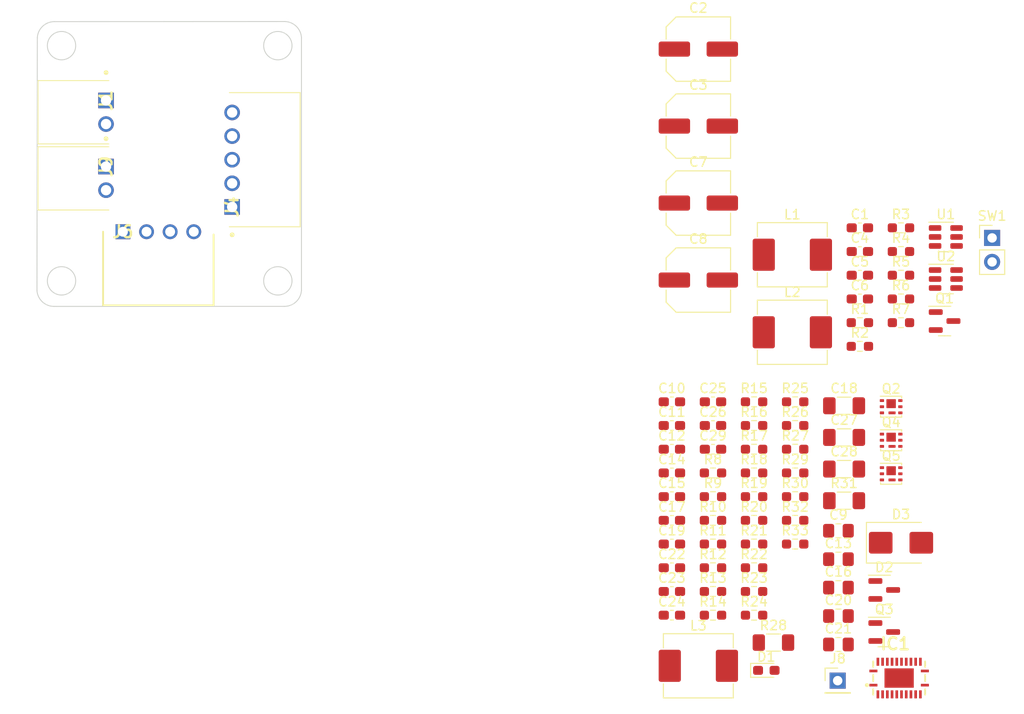
<source format=kicad_pcb>
(kicad_pcb (version 20221018) (generator pcbnew)
  (layers (0 "F.Cu" signal) (31 "B.Cu" signal) (34 "B.Paste" user) (35 "F.Paste" user) (36 "B.SilkS" user "B.Silkscreen") (37 "F.SilkS" user "F.Silkscreen") (38 "B.Mask" user) (39 "F.Mask" user) (44 "Edge.Cuts" user))
  (net 0 "")
  (net 1 "GND")
  (net 2 "VCCQ")
  (net 3 "Net-(U1-VBST)")
  (net 4 "Net-(U1-SW)")
  (net 5 "Net-(U2-VBST)")
  (net 6 "Net-(U2-SW)")
  (net 7 "+5V")
  (net 8 "+3.3V")
  (net 9 "Net-(C9-Pad1)")
  (net 10 "OVPSET")
  (net 11 "/Battery_charger/CHARGER_PWR_IN+")
  (net 12 "Net-(Q2-G)")
  (net 13 "Net-(Q3-S)")
  (net 14 "Net-(IC1-AVCC)")
  (net 15 "Net-(C14-Pad1)")
  (net 16 "ACP")
  (net 17 "VREF")
  (net 18 "/Battery_charger/BATTERY+")
  (net 19 "Net-(IC1-FB)")
  (net 20 "Net-(IC1-REGN)")
  (net 21 "Net-(D3-K)")
  (net 22 "Net-(IC1-BTST)")
  (net 23 "Net-(IC1-SRP)")
  (net 24 "STAT")
  (net 25 "Net-(D1-A)")
  (net 26 "Net-(D2-Pad3)")
  (net 27 "CMSRC")
  (net 28 "ACDRV")
  (net 29 "Net-(IC1-TS)")
  (net 30 "TTC")
  (net 31 "ISET")
  (net 32 "ACSET")
  (net 33 "!BATTDRV")
  (net 34 "SCL")
  (net 35 "SDA")
  (net 36 "Net-(J8-Pin_1)")
  (net 37 "Net-(Q1-B)")
  (net 38 "EN")
  (net 39 "Net-(Q1-C)")
  (net 40 "Net-(Q3-G)")
  (net 41 "Net-(Q5-G)")
  (net 42 "VFB_5")
  (net 43 "VFB_3.3")
  (net 44 "Net-(SW1-A)")
  (footprint "Capacitor_SMD:C_1206_3216Metric_Pad1.33x1.80mm_HandSolder" (layer "F.Cu") (at 129.948 101.275)
    (fp_text reference "C27" (at 0 -1.85) (layer "F.SilkS"))
    (fp_text value "10u")
    (pad "1" smd roundrect (at -1.5625 0) (size 1.325 1.8) (layers "F.Cu" "F.Paste" "F.Mask") (roundrect_rratio 0.188679) (net 18 "/Battery_charger/BATTERY+"))
    (pad "2" smd roundrect (at 1.5625 0) (size 1.325 1.8) (layers "F.Cu" "F.Paste" "F.Mask") (roundrect_rratio 0.188679) (net 1 "GND"))
  )
  (footprint "PowerHub_libs:1814773" (layer "F.Cu") (at 51.8125 65.6 -90)
    (fp_text reference "J1" (at 0 0 90) (layer "F.SilkS") (effects (font (size 1.27 1.27) (thickness 0.254))))
    (fp_text value "Charger" hide)
    (pad "1" thru_hole rect (at 0 0 270) (size 1.65 1.65) (drill 1.1) (layers "*.Cu" "*.Mask") (net 1 "GND"))
    (pad "2" thru_hole circle (at 2.5 0 270) (size 1.65 1.65) (drill 1.1) (layers "*.Cu" "*.Mask") (net 11 "/Battery_charger/CHARGER_PWR_IN+"))
  )
  (footprint "Capacitor_SMD:C_0603_1608Metric_Pad1.08x0.95mm_HandSolder" (layer "F.Cu") (at 131.618 81.595)
    (fp_text reference "C4" (at 0 -1.43) (layer "F.SilkS"))
    (fp_text value "100n")
    (pad "1" smd roundrect (at -0.8625 0) (size 1.075 0.95) (layers "F.Cu" "F.Paste" "F.Mask") (net 1 "GND"))
    (pad "2" smd roundrect (at 0.8625 0) (size 1.075 0.95) (layers "F.Cu" "F.Paste" "F.Mask") (net 2 "VCCQ"))
  )
  (footprint "Resistor_SMD:R_0603_1608Metric_Pad0.98x0.95mm_HandSolder" (layer "F.Cu") (at 120.418 105.035)
    (fp_text reference "R18" (at 0 -1.43) (layer "F.SilkS"))
    (fp_text value "3.9k")
    (pad "1" smd roundrect (at -0.9125 0) (size 0.975 0.95) (layers "F.Cu" "F.Paste" "F.Mask") (net 36 "Net-(J8-Pin_1)"))
    (pad "2" smd roundrect (at 0.9125 0) (size 0.975 0.95) (layers "F.Cu" "F.Paste" "F.Mask") (net 1 "GND"))
  )
  (footprint "Resistor_SMD:R_0603_1608Metric_Pad0.98x0.95mm_HandSolder" (layer "F.Cu") (at 131.618 91.635)
    (fp_text reference "R2" (at 0 -1.43) (layer "F.SilkS"))
    (fp_text value "10k")
    (pad "1" smd roundrect (at -0.9125 0) (size 0.975 0.95) (layers "F.Cu" "F.Paste" "F.Mask") (net 42 "VFB_5"))
    (pad "2" smd roundrect (at 0.9125 0) (size 0.975 0.95) (layers "F.Cu" "F.Paste" "F.Mask") (net 1 "GND"))
  )
  (footprint "Capacitor_SMD:C_0603_1608Metric_Pad1.08x0.95mm_HandSolder" (layer "F.Cu") (at 111.718 120.095)
    (fp_text reference "C24" (at 0 -1.43) (layer "F.SilkS"))
    (fp_text value "10u")
    (pad "1" smd roundrect (at -0.8625 0) (size 1.075 0.95) (layers "F.Cu" "F.Paste" "F.Mask") (net 2 "VCCQ"))
    (pad "2" smd roundrect (at 0.8625 0) (size 1.075 0.95) (layers "F.Cu" "F.Paste" "F.Mask") (net 1 "GND"))
  )
  (footprint "Resistor_SMD:R_0603_1608Metric_Pad0.98x0.95mm_HandSolder" (layer "F.Cu") (at 124.768 102.525)
    (fp_text reference "R27" (at 0 -1.43) (layer "F.SilkS"))
    (fp_text value "3.9k")
    (pad "1" smd roundrect (at -0.9125 0) (size 0.975 0.95) (layers "F.Cu" "F.Paste" "F.Mask") (net 13 "Net-(Q3-S)"))
    (pad "2" smd roundrect (at 0.9125 0) (size 0.975 0.95) (layers "F.Cu" "F.Paste" "F.Mask") (net 27 "CMSRC"))
  )
  (footprint "Resistor_SMD:R_0603_1608Metric_Pad0.98x0.95mm_HandSolder" (layer "F.Cu") (at 124.768 107.545)
    (fp_text reference "R30" (at 0 -1.43) (layer "F.SilkS"))
    (fp_text value "100k")
    (pad "1" smd roundrect (at -0.9125 0) (size 0.975 0.95) (layers "F.Cu" "F.Paste" "F.Mask") (net 19 "Net-(IC1-FB)"))
    (pad "2" smd roundrect (at 0.9125 0) (size 0.975 0.95) (layers "F.Cu" "F.Paste" "F.Mask") (net 1 "GND"))
  )
  (footprint "Capacitor_SMD:C_0805_2012Metric_Pad1.18x1.45mm_HandSolder" (layer "F.Cu") (at 129.348 120.185)
    (fp_text reference "C20" (at 0 -1.68) (layer "F.SilkS"))
    (fp_text value "1u")
    (pad "1" smd roundrect (at -1.0375 0) (size 1.175 1.45) (layers "F.Cu" "F.Paste" "F.Mask") (roundrect_rratio 0.212766) (net 20 "Net-(IC1-REGN)"))
    (pad "2" smd roundrect (at 1.0375 0) (size 1.175 1.45) (layers "F.Cu" "F.Paste" "F.Mask") (roundrect_rratio 0.212766) (net 1 "GND"))
  )
  (footprint "Resistor_SMD:R_0603_1608Metric_Pad0.98x0.95mm_HandSolder" (layer "F.Cu") (at 135.968 84.105)
    (fp_text reference "R5" (at 0 -1.43) (layer "F.SilkS"))
    (fp_text value "1k")
    (pad "1" smd roundrect (at -0.9125 0) (size 0.975 0.95) (layers "F.Cu" "F.Paste" "F.Mask") (net 44 "Net-(SW1-A)"))
    (pad "2" smd roundrect (at 0.9125 0) (size 0.975 0.95) (layers "F.Cu" "F.Paste" "F.Mask") (net 2 "VCCQ"))
  )
  (footprint "Capacitor_SMD:C_0603_1608Metric_Pad1.08x0.95mm_HandSolder" (layer "F.Cu") (at 111.718 102.525)
    (fp_text reference "C12" (at 0 -1.43) (layer "F.SilkS"))
    (fp_text value "0.047u")
    (pad "1" smd roundrect (at -0.8625 0) (size 1.075 0.95) (layers "F.Cu" "F.Paste" "F.Mask") (net 13 "Net-(Q3-S)"))
    (pad "2" smd roundrect (at 0.8625 0) (size 1.075 0.95) (layers "F.Cu" "F.Paste" "F.Mask") (net 12 "Net-(Q2-G)"))
  )
  (footprint "LED_SMD:LED_0603_1608Metric_Pad1.05x0.95mm_HandSolder" (layer "F.Cu") (at 121.713 125.935)
    (fp_text reference "D1" (at 0 -1.43) (layer "F.SilkS"))
    (fp_text value "CHARGING_LED")
    (pad "1" smd roundrect (at -0.875 0) (size 1.05 0.95) (layers "F.Cu" "F.Paste" "F.Mask") (net 24 "STAT"))
    (pad "2" smd roundrect (at 0.875 0) (size 1.05 0.95) (layers "F.Cu" "F.Paste" "F.Mask") (net 25 "Net-(D1-A)"))
  )
  (footprint "Resistor_SMD:R_0603_1608Metric_Pad0.98x0.95mm_HandSolder" (layer "F.Cu") (at 116.068 120.095)
    (fp_text reference "R14" (at 0 -1.43) (layer "F.SilkS"))
    (fp_text value "6.8k")
    (pad "1" smd roundrect (at -0.9125 0) (size 0.975 0.95) (layers "F.Cu" "F.Paste" "F.Mask") (net 25 "Net-(D1-A)"))
    (pad "2" smd roundrect (at 0.9125 0) (size 0.975 0.95) (layers "F.Cu" "F.Paste" "F.Mask") (net 11 "/Battery_charger/CHARGER_PWR_IN+"))
  )
  (footprint "Resistor_SMD:R_0603_1608Metric_Pad0.98x0.95mm_HandSolder" (layer "F.Cu") (at 120.418 102.525)
    (fp_text reference "R17" (at 0 -1.43) (layer "F.SilkS"))
    (fp_text value "2.2k")
    (pad "1" smd roundrect (at -0.9125 0) (size 0.975 0.95) (layers "F.Cu" "F.Paste" "F.Mask") (net 17 "VREF"))
    (pad "2" smd roundrect (at 0.9125 0) (size 0.975 0.95) (layers "F.Cu" "F.Paste" "F.Mask") (net 36 "Net-(J8-Pin_1)"))
  )
  (footprint "Package_SON:Texas_DQK" (layer "F.Cu") (at 134.928 101.575)
    (fp_text reference "Q4" (at 0 -1.9) (layer "F.SilkS"))
    (fp_text value "CSD17313Q2")
    (pad "1" smd roundrect (at -0.975 -0.65) (size 0.45 0.3) (layers "F.Cu" "F.Paste" "F.Mask") (roundrect_rratio 0.167) (net 13 "Net-(Q3-S)"))
    (pad "2" smd roundrect (at -0.975 0) (size 0.45 0.3) (layers "F.Cu" "F.Paste" "F.Mask") (roundrect_rratio 0.167) (net 13 "Net-(Q3-S)"))
    (pad "3" smd roundrect (at -0.975 0.65) (size 0.45 0.3) (layers "F.Cu" "F.Paste" "F.Mask") (roundrect_rratio 0.167) (net 12 "Net-(Q2-G)"))
    (pad "4" smd roundrect (at 0.975 0.65) (size 0.45 0.3) (layers "F.Cu" "F.Paste" "F.Mask") (roundrect_rratio 0.167) (net 16 "ACP"))
    (pad "5" smd roundrect (at 0.975 0) (size 0.45 0.3) (layers "F.Cu" "F.Paste" "F.Mask") (roundrect_rratio 0.167) (net 13 "Net-(Q3-S)"))
    (pad "6" smd roundrect (at 0.975 -0.65) (size 0.45 0.3) (layers "F.Cu" "F.Paste" "F.Mask") (roundrect_rratio 0.167) (net 13 "Net-(Q3-S)"))
    (pad "7" smd roundrect (at 0.095 0.65) (size 0.75 0.3) (layers "F.Cu" "F.Mask") (roundrect_rratio 0.167) (net 16 "ACP"))
    (pad "8" smd roundrect (at 0 -0.325) (size 1 0.95) (layers "F.Cu" "F.Mask") (roundrect_rratio 0.053) (net 13 "Net-(Q3-S)"))
  )
  (footprint "Capacitor_SMD:C_0603_1608Metric_Pad1.08x0.95mm_HandSolder" (layer "F.Cu") (at 111.718 115.075)
    (fp_text reference "C22" (at 0 -1.43) (layer "F.SilkS"))
    (fp_text value "100n")
    (pad "1" smd roundrect (at -0.8625 0) (size 1.075 0.95) (layers "F.Cu" "F.Paste" "F.Mask") (net 18 "/Battery_charger/BATTERY+"))
    (pad "2" smd roundrect (at 0.8625 0) (size 1.075 0.95) (layers "F.Cu" "F.Paste" "F.Mask") (net 1 "GND"))
  )
  (footprint "Resistor_SMD:R_0603_1608Metric_Pad0.98x0.95mm_HandSolder" (layer "F.Cu") (at 124.768 105.035)
    (fp_text reference "R29" (at 0 -1.43) (layer "F.SilkS"))
    (fp_text value "500k")
    (pad "1" smd roundrect (at -0.9125 0) (size 0.975 0.95) (layers "F.Cu" "F.Paste" "F.Mask") (net 18 "/Battery_charger/BATTERY+"))
    (pad "2" smd roundrect (at 0.9125 0) (size 0.975 0.95) (layers "F.Cu" "F.Paste" "F.Mask") (net 19 "Net-(IC1-FB)"))
  )
  (footprint "PowerHub_libs:RGY_R-PVQFN-N24_" (layer "F.Cu") (at 135.775 126.75)
    (fp_text reference "IC1" (at -0.406 -3.623) (layer "F.SilkS") (effects (font (size 1.27 1.27) (thickness 0.254))))
    (fp_text value "BQ24171RGYR" hide)
    (pad "1" smd rect (at -2.725 0.75 90) (size 0.28 0.85) (layers "F.Cu" "F.Paste" "F.Mask") (net 21 "Net-(D3-K)"))
    (pad "2" smd rect (at -2.25 1.725) (size 0.28 0.85) (layers "F.Cu" "F.Paste" "F.Mask") (net 2 "VCCQ"))
    (pad "3" smd rect (at -1.75 1.725) (size 0.28 0.85) (layers "F.Cu" "F.Paste" "F.Mask") (net 2 "VCCQ"))
    (pad "4" smd rect (at -1.25 1.725) (size 0.28 0.85) (layers "F.Cu" "F.Paste" "F.Mask") (net 14 "Net-(IC1-AVCC)"))
    (pad "5" smd rect (at -0.75 1.725) (size 0.28 0.85) (layers "F.Cu" "F.Paste" "F.Mask") (net 2 "VCCQ"))
    (pad "6" smd rect (at -0.25 1.725) (size 0.28 0.85) (layers "F.Cu" "F.Paste" "F.Mask") (net 16 "ACP"))
    (pad "7" smd rect (at 0.25 1.725) (size 0.28 0.85) (layers "F.Cu" "F.Paste" "F.Mask") (net 27 "CMSRC"))
    (pad "8" smd rect (at 0.75 1.725) (size 0.28 0.85) (layers "F.Cu" "F.Paste" "F.Mask") (net 28 "ACDRV"))
    (pad "9" smd rect (at 1.25 1.725) (size 0.28 0.85) (layers "F.Cu" "F.Paste" "F.Mask") (net 24 "STAT"))
    (pad "10" smd rect (at 1.75 1.725) (size 0.28 0.85) (layers "F.Cu" "F.Paste" "F.Mask") (net 29 "Net-(IC1-TS)"))
    (pad "11" smd rect (at 2.25 1.725) (size 0.28 0.85) (layers "F.Cu" "F.Paste" "F.Mask") (net 30 "TTC"))
    (pad "12" smd rect (at 2.725 0.75 90) (size 0.28 0.85) (layers "F.Cu" "F.Paste" "F.Mask") (net 17 "VREF"))
    (pad "13" smd rect (at 2.725 -0.75 90) (size 0.28 0.85) (layers "F.Cu" "F.Paste" "F.Mask") (net 31 "ISET"))
    (pad "14" smd rect (at 2.25 -1.725) (size 0.28 0.85) (layers "F.Cu" "F.Paste" "F.Mask") (net 19 "Net-(IC1-FB)"))
    (pad "15" smd rect (at 1.75 -1.725) (size 0.28 0.85) (layers "F.Cu" "F.Paste" "F.Mask") (net 18 "/Battery_charger/BATTERY+"))
    (pad "16" smd rect (at 1.25 -1.725) (size 0.28 0.85) (layers "F.Cu" "F.Paste" "F.Mask") (net 23 "Net-(IC1-SRP)"))
    (pad "17" smd rect (at 0.75 -1.725) (size 0.28 0.85) (layers "F.Cu" "F.Paste" "F.Mask") (net 32 "ACSET"))
    (pad "18" smd rect (at 0.25 -1.725) (size 0.28 0.85) (layers "F.Cu" "F.Paste" "F.Mask") (net 10 "OVPSET"))
    (pad "19" smd rect (at -0.25 -1.725) (size 0.28 0.85) (layers "F.Cu" "F.Paste" "F.Mask") (net 33 "!BATTDRV"))
    (pad "20" smd rect (at -0.75 -1.725) (size 0.28 0.85) (layers "F.Cu" "F.Paste" "F.Mask") (net 20 "Net-(IC1-REGN)"))
    (pad "21" smd rect (at -1.25 -1.725) (size 0.28 0.85) (layers "F.Cu" "F.Paste" "F.Mask") (net 22 "Net-(IC1-BTST)"))
    (pad "22" smd rect (at -1.75 -1.725) (size 0.28 0.85) (layers "F.Cu" "F.Paste" "F.Mask") (net 1 "GND"))
    (pad "23" smd rect (at -2.25 -1.725) (size 0.28 0.85) (layers "F.Cu" "F.Paste" "F.Mask") (net 1 "GND"))
    (pad "24" smd rect (at -2.725 -0.75 90) (size 0.28 0.85) (layers "F.Cu" "F.Paste" "F.Mask") (net 21 "Net-(D3-K)"))
    (pad "25" smd rect (at 0 0 90) (size 2.05 3.1) (layers "F.Cu" "F.Paste" "F.Mask") (net 1 "GND"))
  )
  (footprint "Capacitor_SMD:C_0603_1608Metric_Pad1.08x0.95mm_HandSolder" (layer "F.Cu") (at 131.618 79.085)
    (fp_text reference "C1" (at 0 -1.43) (layer "F.SilkS"))
    (fp_text value "100n")
    (pad "1" smd roundrect (at -0.8625 0) (size 1.075 0.95) (layers "F.Cu" "F.Paste" "F.Mask") (net 1 "GND"))
    (pad "2" smd roundrect (at 0.8625 0) (size 1.075 0.95) (layers "F.Cu" "F.Paste" "F.Mask") (net 2 "VCCQ"))
  )
  (footprint "Capacitor_SMD:C_Elec_6.3x7.7" (layer "F.Cu") (at 114.518 76.465)
    (fp_text reference "C7" (at 0 -4.35) (layer "F.SilkS"))
    (fp_text value "68uF")
    (pad "1" smd roundrect (at -2.5375 0) (size 3.325 1.6) (layers "F.Cu" "F.Paste" "F.Mask") (roundrect_rratio 0.15625) (net 7 "+5V"))
    (pad "2" smd roundrect (at 2.5375 0) (size 3.325 1.6) (layers "F.Cu" "F.Paste" "F.Mask") (roundrect_rratio 0.15625) (net 1 "GND"))
  )
  (footprint "Capacitor_SMD:C_0603_1608Metric_Pad1.08x0.95mm_HandSolder" (layer "F.Cu") (at 111.718 110.055)
    (fp_text reference "C17" (at 0 -1.43) (layer "F.SilkS"))
    (fp_text value "100n")
    (pad "1" smd roundrect (at -0.8625 0) (size 1.075 0.95) (layers "F.Cu" "F.Paste" "F.Mask") (net 16 "ACP"))
    (pad "2" smd roundrect (at 0.8625 0) (size 1.075 0.95) (layers "F.Cu" "F.Paste" "F.Mask") (net 2 "VCCQ"))
  )
  (footprint "Resistor_SMD:R_0603_1608Metric_Pad0.98x0.95mm_HandSolder" (layer "F.Cu") (at 116.068 117.585)
    (fp_text reference "R13" (at 0 -1.43) (layer "F.SilkS"))
    (fp_text value "3.9")
    (pad "1" smd roundrect (at -0.9125 0) (size 0.975 0.95) (layers "F.Cu" "F.Paste" "F.Mask") (net 11 "/Battery_charger/CHARGER_PWR_IN+"))
    (pad "2" smd roundrect (at 0.9125 0) (size 0.975 0.95) (layers "F.Cu" "F.Paste" "F.Mask") (net 9 "Net-(C9-Pad1)"))
  )
  (footprint "Resistor_SMD:R_0603_1608Metric_Pad0.98x0.95mm_HandSolder" (layer "F.Cu") (at 120.418 107.545)
    (fp_text reference "R19" (at 0 -1.43) (layer "F.SilkS"))
    (fp_text value "10")
    (pad "1" smd roundrect (at -0.9125 0) (size 0.975 0.95) (layers "F.Cu" "F.Paste" "F.Mask") (net 26 "Net-(D2-Pad3)"))
    (pad "2" smd roundrect (at 0.9125 0) (size 0.975 0.95) (layers "F.Cu" "F.Paste" "F.Mask") (net 14 "Net-(IC1-AVCC)"))
  )
  (footprint "Capacitor_SMD:C_0603_1608Metric_Pad1.08x0.95mm_HandSolder" (layer "F.Cu") (at 111.718 112.565)
    (fp_text reference "C19" (at 0 -1.43) (layer "F.SilkS"))
    (fp_text value "22p")
    (pad "1" smd roundrect (at -0.8625 0) (size 1.075 0.95) (layers "F.Cu" "F.Paste" "F.Mask") (net 18 "/Battery_charger/BATTERY+"))
    (pad "2" smd roundrect (at 0.8625 0) (size 1.075 0.95) (layers "F.Cu" "F.Paste" "F.Mask") (net 19 "Net-(IC1-FB)"))
  )
  (footprint "Inductor_SMD:L_Abracon_ASPI-0630LR" (layer "F.Cu") (at 114.518 125.455)
    (fp_text reference "L3" (at 0 -4.25) (layer "F.SilkS"))
    (fp_text value "3.3u")
    (pad "1" smd roundrect (at -3.025 0) (size 2.35 3.4) (layers "F.Cu" "F.Paste" "F.Mask") (roundrect_rratio 0.1) (net 21 "Net-(D3-K)"))
    (pad "2" smd roundrect (at 3.025 0) (size 2.35 3.4) (layers "F.Cu" "F.Paste" "F.Mask") (roundrect_rratio 0.1) (net 23 "Net-(IC1-SRP)"))
  )
  (footprint "Resistor_SMD:R_0603_1608Metric_Pad0.98x0.95mm_HandSolder" (layer "F.Cu") (at 124.768 100.015)
    (fp_text reference "R26" (at 0 -1.43) (layer "F.SilkS"))
    (fp_text value "DNP")
    (pad "1" smd roundrect (at -0.9125 0) (size 0.975 0.95) (layers "F.Cu" "F.Paste" "F.Mask") (net 30 "TTC"))
    (pad "2" smd roundrect (at 0.9125 0) (size 0.975 0.95) (layers "F.Cu" "F.Paste" "F.Mask") (net 1 "GND"))
  )
  (footprint "Resistor_SMD:R_0603_1608Metric_Pad0.98x0.95mm_HandSolder" (layer "F.Cu") (at 116.068 115.075)
    (fp_text reference "R12" (at 0 -1.43) (layer "F.SilkS"))
    (fp_text value "3.9")
    (pad "1" smd roundrect (at -0.9125 0) (size 0.975 0.95) (layers "F.Cu" "F.Paste" "F.Mask") (net 11 "/Battery_charger/CHARGER_PWR_IN+"))
    (pad "2" smd roundrect (at 0.9125 0) (size 0.975 0.95) (layers "F.Cu" "F.Paste" "F.Mask") (net 9 "Net-(C9-Pad1)"))
  )
  (footprint "Resistor_SMD:R_0603_1608Metric_Pad0.98x0.95mm_HandSolder" (layer "F.Cu") (at 120.418 97.505)
    (fp_text reference "R15" (at 0 -1.43) (layer "F.SilkS"))
    (fp_text value "390k")
    (pad "1" smd roundrect (at -0.9125 0) (size 0.975 0.95) (layers "F.Cu" "F.Paste" "F.Mask") (net 11 "/Battery_charger/CHARGER_PWR_IN+"))
    (pad "2" smd roundrect (at 0.9125 0) (size 0.975 0.95) (layers "F.Cu" "F.Paste" "F.Mask") (net 10 "OVPSET"))
  )
  (footprint "Resistor_SMD:R_0603_1608Metric_Pad0.98x0.95mm_HandSolder" (layer "F.Cu") (at 124.768 97.505)
    (fp_text reference "R25" (at 0 -1.43) (layer "F.SilkS"))
    (fp_text value "100")
    (pad "1" smd roundrect (at -0.9125 0) (size 0.975 0.95) (layers "F.Cu" "F.Paste" "F.Mask") (net 36 "Net-(J8-Pin_1)"))
    (pad "2" smd roundrect (at 0.9125 0) (size 0.975 0.95) (layers "F.Cu" "F.Paste" "F.Mask") (net 29 "Net-(IC1-TS)"))
  )
  (footprint "Capacitor_SMD:C_0603_1608Metric_Pad1.08x0.95mm_HandSolder" (layer "F.Cu") (at 111.718 105.035)
    (fp_text reference "C14" (at 0 -1.43) (layer "F.SilkS"))
    (fp_text value "0.1u")
    (pad "1" smd roundrect (at -0.8625 0) (size 1.075 0.95) (layers "F.Cu" "F.Paste" "F.Mask") (net 15 "Net-(C14-Pad1)"))
    (pad "2" smd roundrect (at 0.8625 0) (size 1.075 0.95) (layers "F.Cu" "F.Paste" "F.Mask") (net 1 "GND"))
  )
  (footprint "Resistor_SMD:R_0603_1608Metric_Pad0.98x0.95mm_HandSolder" (layer "F.Cu") (at 116.068 112.565)
    (fp_text reference "R11" (at 0 -1.43) (layer "F.SilkS"))
    (fp_text value "30k")
    (pad "1" smd roundrect (at -0.9125 0) (size 0.975 0.95) (layers "F.Cu" "F.Paste" "F.Mask") (net 32 "ACSET"))
    (pad "2" smd roundrect (at 0.9125 0) (size 0.975 0.95) (layers "F.Cu" "F.Paste" "F.Mask") (net 1 "GND"))
  )
  (footprint "Capacitor_SMD:C_0603_1608Metric_Pad1.08x0.95mm_HandSolder" (layer "F.Cu") (at 116.068 100.015)
    (fp_text reference "C26" (at 0 -1.43) (layer "F.SilkS"))
    (fp_text value "100n")
    (pad "1" smd roundrect (at -0.8625 0) (size 1.075 0.95) (layers "F.Cu" "F.Paste" "F.Mask") (net 23 "Net-(IC1-SRP)"))
    (pad "2" smd roundrect (at 0.8625 0) (size 1.075 0.95) (layers "F.Cu" "F.Paste" "F.Mask") (net 18 "/Battery_charger/BATTERY+"))
  )
  (footprint "Resistor_SMD:R_0603_1608Metric_Pad0.98x0.95mm_HandSolder" (layer "F.Cu") (at 116.068 107.545)
    (fp_text reference "R9" (at 0 -1.43) (layer "F.SilkS"))
    (fp_text value "33k")
    (pad "1" smd roundrect (at -0.9125 0) (size 0.975 0.95) (layers "F.Cu" "F.Paste" "F.Mask") (net 31 "ISET"))
    (pad "2" smd roundrect (at 0.9125 0) (size 0.975 0.95) (layers "F.Cu" "F.Paste" "F.Mask") (net 1 "GND"))
  )
  (footprint "Capacitor_SMD:C_0603_1608Metric_Pad1.08x0.95mm_HandSolder" (layer "F.Cu") (at 116.068 97.505)
    (fp_text reference "C25" (at 0 -1.43) (layer "F.SilkS"))
    (fp_text value "100n")
    (pad "1" smd roundrect (at -0.8625 0) (size 1.075 0.95) (layers "F.Cu" "F.Paste" "F.Mask") (net 23 "Net-(IC1-SRP)"))
    (pad "2" smd roundrect (at 0.8625 0) (size 1.075 0.95) (layers "F.Cu" "F.Paste" "F.Mask") (net 1 "GND"))
  )
  (footprint "Capacitor_SMD:C_1206_3216Metric_Pad1.33x1.80mm_HandSolder" (layer "F.Cu") (at 129.948 97.925)
    (fp_text reference "C18" (at 0 -1.85) (layer "F.SilkS"))
    (fp_text value "10u")
    (pad "1" smd roundrect (at -1.5625 0) (size 1.325 1.8) (layers "F.Cu" "F.Paste" "F.Mask") (roundrect_rratio 0.188679) (net 2 "VCCQ"))
    (pad "2" smd roundrect (at 1.5625 0) (size 1.325 1.8) (layers "F.Cu" "F.Paste" "F.Mask") (roundrect_rratio 0.188679) (net 1 "GND"))
  )
  (footprint "Resistor_SMD:R_1206_3216Metric_Pad1.30x1.75mm_HandSolder" (layer "F.Cu") (at 122.468 122.995)
    (fp_text reference "R28" (at 0 -1.82) (layer "F.SilkS"))
    (fp_text value "0.01")
    (pad "1" smd roundrect (at -1.55 0) (size 1.3 1.75) (layers "F.Cu" "F.Paste" "F.Mask") (roundrect_rratio 0.192308) (net 16 "ACP"))
    (pad "2" smd roundrect (at 1.55 0) (size 1.3 1.75) (layers "F.Cu" "F.Paste" "F.Mask") (roundrect_rratio 0.192308) (net 2 "VCCQ"))
  )
  (footprint "Resistor_SMD:R_0603_1608Metric_Pad0.98x0.95mm_HandSolder" (layer "F.Cu") (at 116.068 110.055)
    (fp_text reference "R10" (at 0 -1.43) (layer "F.SilkS"))
    (fp_text value "100k")
    (pad "1" smd roundrect (at -0.9125 0) (size 0.975 0.95) (layers "F.Cu" "F.Paste" "F.Mask") (net 17 "VREF"))
    (pad "2" smd roundrect (at 0.9125 0) (size 0.975 0.95) (layers "F.Cu" "F.Paste" "F.Mask") (net 32 "ACSET"))
  )
  (footprint "Package_TO_SOT_SMD:SOT-23-6" (layer "F.Cu") (at 140.718 80.055)
    (fp_text reference "U1" (at 0 -2.4) (layer "F.SilkS"))
    (fp_text value "TPS565208")
    (pad "1" smd roundrect (at -1.1375 -0.95) (size 1.325 0.6) (layers "F.Cu" "F.Paste" "F.Mask") (net 1 "GND"))
    (pad "2" smd roundrect (at -1.1375 0) (size 1.325 0.6) (layers "F.Cu" "F.Paste" "F.Mask") (net 4 "Net-(U1-SW)"))
    (pad "3" smd roundrect (at -1.1375 0.95) (size 1.325 0.6) (layers "F.Cu" "F.Paste" "F.Mask") (net 2 "VCCQ"))
    (pad "4" smd roundrect (at 1.1375 0.95) (size 1.325 0.6) (layers "F.Cu" "F.Paste" "F.Mask") (net 42 "VFB_5"))
    (pad "5" smd roundrect (at 1.1375 0) (size 1.325 0.6) (layers "F.Cu" "F.Paste" "F.Mask") (net 38 "EN"))
    (pad "6" smd roundrect (at 1.1375 -0.95) (size 1.325 0.6) (layers "F.Cu" "F.Paste" "F.Mask") (net 3 "Net-(U1-VBST)"))
  )
  (footprint "Package_SON:Texas_DQK" (layer "F.Cu") (at 134.928 105.125)
    (fp_text reference "Q5" (at 0 -1.9) (layer "F.SilkS"))
    (fp_text value "CSD25302Q2")
    (pad "1" smd roundrect (at -0.975 -0.65) (size 0.45 0.3) (layers "F.Cu" "F.Paste" "F.Mask") (roundrect_rratio 0.167) (net 2 "VCCQ"))
    (pad "2" smd roundrect (at -0.975 0) (size 0.45 0.3) (layers "F.Cu" "F.Paste" "F.Mask") (roundrect_rratio 0.167) (net 2 "VCCQ"))
    (pad "3" smd roundrect (at -0.975 0.65) (size 0.45 0.3) (layers "F.Cu" "F.Paste" "F.Mask") (roundrect_rratio 0.167) (net 41 "Net-(Q5-G)"))
    (pad "4" smd roundrect (at 0.975 0.65) (size 0.45 0.3) (layers "F.Cu" "F.Paste" "F.Mask") (roundrect_rratio 0.167) (net 18 "/Battery_charger/BATTERY+"))
    (pad "5" smd roundrect (at 0.975 0) (size 0.45 0.3) (layers "F.Cu" "F.Paste" "F.Mask") (roundrect_rratio 0.167) (net 2 "VCCQ"))
    (pad "6" smd roundrect (at 0.975 -0.65) (size 0.45 0.3) (layers "F.Cu" "F.Paste" "F.Mask") (roundrect_rratio 0.167) (net 2 "VCCQ"))
    (pad "7" smd roundrect (at 0.095 0.65) (size 0.75 0.3) (layers "F.Cu" "F.Mask") (roundrect_rratio 0.167) (net 18 "/Battery_charger/BATTERY+"))
    (pad "8" smd roundrect (at 0 -0.325) (size 1 0.95) (layers "F.Cu" "F.Mask") (roundrect_rratio 0.053) (net 2 "VCCQ"))
  )
  (footprint "Package_TO_SOT_SMD:SOT-23" (layer "F.Cu") (at 134.198 121.875)
    (fp_text reference "Q3" (at 0 -2.4) (layer "F.SilkS"))
    (fp_text value "BSS138")
    (pad "1" smd roundrect (at -0.9375 -0.95) (size 1.475 0.6) (layers "F.Cu" "F.Paste" "F.Mask") (net 40 "Net-(Q3-G)"))
    (pad "2" smd roundrect (at -0.9375 0.95) (size 1.475 0.6) (layers "F.Cu" "F.Paste" "F.Mask") (net 13 "Net-(Q3-S)"))
    (pad "3" smd roundrect (at 0.9375 0) (size 1.475 0.6) (layers "F.Cu" "F.Paste" "F.Mask") (net 12 "Net-(Q2-G)"))
  )
  (footprint "Capacitor_SMD:C_Elec_6.3x7.7" (layer "F.Cu") (at 114.518 60.165)
    (fp_text reference "C2" (at 0 -4.35) (layer "F.SilkS"))
    (fp_text value "68uF")
    (pad "1" smd roundrect (at -2.5375 0) (size 3.325 1.6) (layers "F.Cu" "F.Paste" "F.Mask") (roundrect_rratio 0.15625) (net 2 "VCCQ"))
    (pad "2" smd roundrect (at 2.5375 0) (size 3.325 1.6) (layers "F.Cu" "F.Paste" "F.Mask") (roundrect_rratio 0.15625) (net 1 "GND"))
  )
  (footprint "Resistor_SMD:R_0603_1608Metric_Pad0.98x0.95mm_HandSolder" (layer "F.Cu") (at 120.418 100.015)
    (fp_text reference "R16" (at 0 -1.43) (layer "F.SilkS"))
    (fp_text value "39k")
    (pad "1" smd roundrect (at -0.9125 0) (size 0.975 0.95) (layers "F.Cu" "F.Paste" "F.Mask") (net 10 "OVPSET"))
    (pad "2" smd roundrect (at 0.9125 0) (size 0.975 0.95) (layers "F.Cu" "F.Paste" "F.Mask") (net 1 "GND"))
  )
  (footprint "Capacitor_SMD:C_0603_1608Metric_Pad1.08x0.95mm_HandSolder" (layer "F.Cu") (at 116.068 102.525)
    (fp_text reference "C29" (at 0 -1.43) (layer "F.SilkS"))
    (fp_text value "1u")
    (pad "1" smd roundrect (at -0.8625 0) (size 1.075 0.95) (layers "F.Cu" "F.Paste" "F.Mask") (net 18 "/Battery_charger/BATTERY+"))
    (pad "2" smd roundrect (at 0.8625 0) (size 1.075 0.95) (layers "F.Cu" "F.Paste" "F.Mask") (net 1 "GND"))
  )
  (footprint "Inductor_SMD:L_Abracon_ASPI-0630LR" (layer "F.Cu") (at 124.468 90.145)
    (fp_text reference "L2" (at 0 -4.25) (layer "F.SilkS"))
    (fp_text value "2.2uH")
    (pad "1" smd roundrect (at -3.025 0) (size 2.35 3.4) (layers "F.Cu" "F.Paste" "F.Mask") (roundrect_rratio 0.1) (net 6 "Net-(U2-SW)"))
    (pad "2" smd roundrect (at 3.025 0) (size 2.35 3.4) (layers "F.Cu" "F.Paste" "F.Mask") (roundrect_rratio 0.1) (net 8 "+3.3V"))
  )
  (footprint "Package_TO_SOT_SMD:SOT-23" (layer "F.Cu") (at 140.588 88.955)
    (fp_text reference "Q1" (at 0 -2.4) (layer "F.SilkS"))
    (fp_text value "BC817")
    (pad "1" smd roundrect (at -0.9375 -0.95) (size 1.475 0.6) (layers "F.Cu" "F.Paste" "F.Mask") (net 37 "Net-(Q1-B)"))
    (pad "2" smd roundrect (at -0.9375 0.95) (size 1.475 0.6) (layers "F.Cu" "F.Paste" "F.Mask") (net 38 "EN"))
    (pad "3" smd roundrect (at 0.9375 0) (size 1.475 0.6) (layers "F.Cu" "F.Paste" "F.Mask") (net 39 "Net-(Q1-C)"))
  )
  (footprint "Resistor_SMD:R_0603_1608Metric_Pad0.98x0.95mm_HandSolder" (layer "F.Cu") (at 131.618 89.125)
    (fp_text reference "R1" (at 0 -1.43) (layer "F.SilkS"))
    (fp_text value "56k")
    (pad "1" smd roundrect (at -0.9125 0) (size 0.975 0.95) (layers "F.Cu" "F.Paste" "F.Mask") (net 7 "+5V"))
    (pad "2" smd roundrect (at 0.9125 0) (size 0.975 0.95) (layers "F.Cu" "F.Paste" "F.Mask") (net 42 "VFB_5"))
  )
  (footprint "Capacitor_SMD:C_0805_2012Metric_Pad1.18x1.45mm_HandSolder" (layer "F.Cu") (at 129.348 114.165)
    (fp_text reference "C13" (at 0 -1.68) (layer "F.SilkS"))
    (fp_text value "1u")
    (pad "1" smd roundrect (at -1.0375 0) (size 1.175 1.45) (layers "F.Cu" "F.Paste" "F.Mask") (roundrect_rratio 0.212766) (net 14 "Net-(IC1-AVCC)"))
    (pad "2" smd roundrect (at 1.0375 0) (size 1.175 1.45) (layers "F.Cu" "F.Paste" "F.Mask") (roundrect_rratio 0.212766) (net 1 "GND"))
  )
  (footprint "Capacitor_SMD:C_0603_1608Metric_Pad1.08x0.95mm_HandSolder" (layer "F.Cu") (at 111.718 97.505)
    (fp_text reference "C10" (at 0 -1.43) (layer "F.SilkS"))
    (fp_text value "330p")
    (pad "1" smd roundrect (at -0.8625 0) (size 1.075 0.95) (layers "F.Cu" "F.Paste" "F.Mask") (net 10 "OVPSET"))
    (pad "2" smd roundrect (at 0.8625 0) (size 1.075 0.95) (layers "F.Cu" "F.Paste" "F.Mask") (net 1 "GND"))
  )
  (footprint "Package_TO_SOT_SMD:SOT-23" (layer "F.Cu") (at 134.198 117.425)
    (fp_text reference "D2" (at 0 -2.4) (layer "F.SilkS"))
    (fp_text value "BAT54C")
    (pad "1" smd roundrect (at -0.9375 -0.95) (size 1.475 0.6) (layers "F.Cu" "F.Paste" "F.Mask") (net 11 "/Battery_charger/CHARGER_PWR_IN+"))
    (pad "2" smd roundrect (at -0.9375 0.95) (size 1.475 0.6) (layers "F.Cu" "F.Paste" "F.Mask") (net 18 "/Battery_charger/BATTERY+"))
    (pad "3" smd roundrect (at 0.9375 0) (size 1.475 0.6) (layers "F.Cu" "F.Paste" "F.Mask") (net 26 "Net-(D2-Pad3)"))
  )
  (footprint "Capacitor_SMD:C_0805_2012Metric_Pad1.18x1.45mm_HandSolder" (layer "F.Cu") (at 129.348 123.195)
    (fp_text reference "C21" (at 0 -1.68) (layer "F.SilkS"))
    (fp_text value "1u")
    (pad "1" smd roundrect (at -1.0375 0) (size 1.175 1.45) (layers "F.Cu" "F.Paste" "F.Mask") (roundrect_rratio 0.212766) (net 2 "VCCQ"))
    (pad "2" smd roundrect (at 1.0375 0) (size 1.175 1.45) (layers "F.Cu" "F.Paste" "F.Mask") (roundrect_rratio 0.212766) (net 1 "GND"))
  )
  (footprint "Capacitor_SMD:C_1206_3216Metric_Pad1.33x1.80mm_HandSolder" (layer "F.Cu") (at 129.948 107.975)
    (fp_text reference "R31" (at 0 -1.85) (layer "F.SilkS"))
    (fp_text value "0.01")
    (pad "1" smd roundrect (at -1.5625 0) (size 1.325 1.8) (layers "F.Cu" "F.Paste" "F.Mask") (roundrect_rratio 0.188679) (net 23 "Net-(IC1-SRP)"))
    (pad "2" smd roundrect (at 1.5625 0) (size 1.325 1.8) (layers "F.Cu" "F.Paste" "F.Mask") (roundrect_rratio 0.188679) (net 18 "/Battery_charger/BATTERY+"))
  )
  (footprint "Capacitor_SMD:C_Elec_6.3x7.7" (layer "F.Cu") (at 114.518 68.315)
    (fp_text reference "C3" (at 0 -4.35) (layer "F.SilkS"))
    (fp_text value "68uF")
    (pad "1" smd roundrect (at -2.5375 0) (size 3.325 1.6) (layers "F.Cu" "F.Paste" "F.Mask") (roundrect_rratio 0.15625) (net 2 "VCCQ"))
    (pad "2" smd roundrect (at 2.5375 0) (size 3.325 1.6) (layers "F.Cu" "F.Paste" "F.Mask") (roundrect_rratio 0.15625) (net 1 "GND"))
  )
  (footprint "Diode_SMD:D_SMB" (layer "F.Cu") (at 135.973 112.425)
    (fp_text reference "D3" (at 0 -3) (layer "F.SilkS"))
    (fp_text value "B220")
    (pad "1" smd roundrect (at -2.15 0) (size 2.5 2.3) (layers "F.Cu" "F.Paste" "F.Mask") (roundrect_rratio 0.1086956522) (net 21 "Net-(D3-K)"))
    (pad "2" smd roundrect (at 2.15 0) (size 2.5 2.3) (layers "F.Cu" "F.Paste" "F.Mask") (roundrect_rratio 0.1086956522) (net 1 "GND"))
  )
  (footprint "Capacitor_SMD:C_0603_1608Metric_Pad1.08x0.95mm_HandSolder" (layer "F.Cu") (at 111.718 100.015)
    (fp_text reference "C11" (at 0 -1.43) (layer "F.SilkS"))
    (fp_text value "4700p")
    (pad "1" smd roundrect (at -0.8625 0) (size 1.075 0.95) (layers "F.Cu" "F.Paste" "F.Mask") (net 11 "/Battery_charger/CHARGER_PWR_IN+"))
    (pad "2" smd roundrect (at 0.8625 0) (size 1.075 0.95) (layers "F.Cu" "F.Paste" "F.Mask") (net 12 "Net-(Q2-G)"))
  )
  (footprint "Resistor_SMD:R_0603_1608Metric_Pad0.98x0.95mm_HandSolder" (layer "F.Cu") (at 135.968 79.085)
    (fp_text reference "R3" (at 0 -1.43) (layer "F.SilkS"))
    (fp_text value "33k")
    (pad "1" smd roundrect (at -0.9125 0) (size 0.975 0.95) (layers "F.Cu" "F.Paste" "F.Mask") (net 8 "+3.3V"))
    (pad "2" smd roundrect (at 0.9125 0) (size 0.975 0.95) (layers "F.Cu" "F.Paste" "F.Mask") (net 43 "VFB_3.3"))
  )
  (footprint "Capacitor_SMD:C_0603_1608Metric_Pad1.08x0.95mm_HandSolder" (layer "F.Cu") (at 111.718 107.545)
    (fp_text reference "C15" (at 0 -1.43) (layer "F.SilkS"))
    (fp_text value "100n")
    (pad "1" smd roundrect (at -0.8625 0) (size 1.075 0.95) (layers "F.Cu" "F.Paste" "F.Mask") (net 16 "ACP"))
    (pad "2" smd roundrect (at 0.8625 0) (size 1.075 0.95) (layers "F.Cu" "F.Paste" "F.Mask") (net 1 "GND"))
  )
  (footprint "PowerHub_libs:1814773" (layer "F.Cu") (at 51.8125 72.6 -90)
    (fp_text reference "J9" (at 0 0 90) (layer "F.SilkS") (effects (font (size 1.27 1.27) (thickness 0.254))))
    (fp_text value "Battery" hide)
    (pad "1" thru_hole rect (at 0 0 270) (size 1.65 1.65) (drill 1.1) (layers "*.Cu" "*.Mask") (net 1 "GND"))
    (pad "2" thru_hole circle (at 2.5 0 270) (size 1.65 1.65) (drill 1.1) (layers "*.Cu" "*.Mask") (net 18 "/Battery_charger/BATTERY+"))
  )
  (footprint "Resistor_SMD:R_0603_1608Metric_Pad0.98x0.95mm_HandSolder" (layer "F.Cu") (at 116.068 105.035)
    (fp_text reference "R8" (at 0 -1.43) (layer "F.SilkS"))
    (fp_text value "220k")
    (pad "1" smd roundrect (at -0.9125 0) (size 0.975 0.95) (layers "F.Cu" "F.Paste" "F.Mask") (net 17 "VREF"))
    (pad "2" smd roundrect (at 0.9125 0) (size 0.975 0.95) (layers "F.Cu" "F.Paste" "F.Mask") (net 31 "ISET"))
  )
  (footprint "Capacitor_SMD:C_Elec_6.3x7.7" (layer "F.Cu") (at 114.518 84.615)
    (fp_text reference "C8" (at 0 -4.35) (layer "F.SilkS"))
    (fp_text value "68uF")
    (pad "1" smd roundrect (at -2.5375 0) (size 3.325 1.6) (layers "F.Cu" "F.Paste" "F.Mask") (roundrect_rratio 0.15625) (net 8 "+3.3V"))
    (pad "2" smd roundrect (at 2.5375 0) (size 3.325 1.6) (layers "F.Cu" "F.Paste" "F.Mask") (roundrect_rratio 0.15625) (net 1 "GND"))
  )
  (footprint "Resistor_SMD:R_0603_1608Metric_Pad0.98x0.95mm_HandSolder" (layer "F.Cu") (at 124.768 110.055)
    (fp_text reference "R32" (at 0 -1.43) (layer "F.SilkS"))
    (fp_text value "1M")
    (pad "1" smd roundrect (at -0.9125 0) (size 0.975 0.95) (layers "F.Cu" "F.Paste" "F.Mask") (net 41 "Net-(Q5-G)"))
    (pad "2" smd roundrect (at 0.9125 0) (size 0.975 0.95) (layers "F.Cu" "F.Paste" "F.Mask") (net 1 "GND"))
  )
  (footprint "Resistor_SMD:R_0603_1608Metric_Pad0.98x0.95mm_HandSolder" (layer "F.Cu") (at 120.418 120.095)
    (fp_text reference "R24" (at 0 -1.43) (layer "F.SilkS"))
    (fp_text value "0")
    (pad "1" smd roundrect (at -0.9125 0) (size 0.975 0.95) (layers "F.Cu" "F.Paste" "F.Mask") (net 30 "TTC"))
    (pad "2" smd roundrect (at 0.9125 0) (size 0.975 0.95) (layers "F.Cu" "F.Paste" "F.Mask") (net 15 "Net-(C14-Pad1)"))
  )
  (footprint "Resistor_SMD:R_0603_1608Metric_Pad0.98x0.95mm_HandSolder" (layer "F.Cu") (at 120.418 112.565)
    (fp_text reference "R21" (at 0 -1.43) (layer "F.SilkS"))
    (fp_text value "1M")
    (pad "1" smd roundrect (at -0.9125 0) (size 0.975 0.95) (layers "F.Cu" "F.Paste" "F.Mask") (net 1 "GND"))
    (pad "2" smd roundrect (at 0.9125 0) (size 0.975 0.95) (layers "F.Cu" "F.Paste" "F.Mask") (net 40 "Net-(Q3-G)"))
  )
  (footprint "Package_SON:Texas_DQK" (layer "F.Cu") (at 134.928 98.025)
    (fp_text reference "Q2" (at 0 -1.9) (layer "F.SilkS"))
    (fp_text value "CSD17313Q2")
    (pad "1" smd roundrect (at -0.975 -0.65) (size 0.45 0.3) (layers "F.Cu" "F.Paste" "F.Mask") (roundrect_rratio 0.167) (net 11 "/Battery_charger/CHARGER_PWR_IN+"))
    (pad "2" smd roundrect (at -0.975 0) (size 0.45 0.3) (layers "F.Cu" "F.Paste" "F.Mask") (roundrect_rratio 0.167) (net 11 "/Battery_charger/CHARGER_PWR_IN+"))
    (pad "3" smd roundrect (at -0.975 0.65) (size 0.45 0.3) (layers "F.Cu" "F.Paste" "F.Mask") (roundrect_rratio 0.167) (net 12 "Net-(Q2-G)"))
    (pad "4" smd roundrect (at 0.975 0.65) (size 0.45 0.3) (layers "F.Cu" "F.Paste" "F.Mask") (roundrect_rratio 0.167) (net 13 "Net-(Q3-S)"))
    (pad "5" smd roundrect (at 0.975 0) (size 0.45 0.3) (layers "F.Cu" "F.Paste" "F.Mask") (roundrect_rratio 0.167) (net 11 "/Battery_charger/CHARGER_PWR_IN+"))
    (pad "6" smd roundrect (at 0.975 -0.65) (size 0.45 0.3) (layers "F.Cu" "F.Paste" "F.Mask") (roundrect_rratio 0.167) (net 11 "/Battery_charger/CHARGER_PWR_IN+"))
    (pad "7" smd roundrect (at 0.095 0.65) (size 0.75 0.3) (layers "F.Cu" "F.Mask") (roundrect_rratio 0.167) (net 13 "Net-(Q3-S)"))
    (pad "8" smd roundrect (at 0 -0.325) (size 1 0.95) (layers "F.Cu" "F.Mask") (roundrect_rratio 0.053) (net 11 "/Battery_charger/CHARGER_PWR_IN+"))
  )
  (footprint "Capacitor_SMD:C_0603_1608Metric_Pad1.08x0.95mm_HandSolder" (layer "F.Cu") (at 131.618 86.615)
    (fp_text reference "C6" (at 0 -1.43) (layer "F.SilkS"))
    (fp_text value "100n")
    (pad "1" smd roundrect (at -0.8625 0) (size 1.075 0.95) (layers "F.Cu" "F.Paste" "F.Mask") (net 5 "Net-(U2-VBST)"))
    (pad "2" smd roundrect (at 0.8625 0) (size 1.075 0.95) (layers "F.Cu" "F.Paste" "F.Mask") (net 6 "Net-(U2-SW)"))
  )
  (footprint "PowerHub_libs:1814809" (layer "F.Cu") (at 65.1625 76.875 90)
    (fp_text reference "J4" (at 0 0 90) (layer "F.SilkS") (effects (font (size 1.27 1.27) (thickness 0.254))))
    (fp_text value "HUB_CONN_1_W_VBUS" hide)
    (pad "1" thru_hole rect (at 0 0 90) (size 1.65 1.65) (drill 1.1) (layers "*.Cu" "*.Mask") (net 7 "+5V"))
    (pad "2" thru_hole circle (at 2.5 0 90) (size 1.65 1.65) (drill 1.1) (layers "*.Cu" "*.Mask") (net 1 "GND"))
    (pad "3" thru_hole circle (at 5 0 90) (size 1.65 1.65) (drill 1.1) (layers "*.Cu" "*.Mask") (net 8 "+3.3V"))
    (pad "4" thru_hole circle (at 7.5 0 90) (size 1.65 1.65) (drill 1.1) (layers "*.Cu" "*.Mask") (net 34 "SCL"))
    (pad "5" thru_hole circle (at 10 0 90) (size 1.65 1.65) (drill 1.1) (layers "*.Cu" "*.Mask") (net 35 "SDA"))
  )
  (footprint "Resistor_SMD:R_0603_1608Metric_Pad0.98x0.95mm_HandSolder" (layer "F.Cu") (at 135.968 89.125)
    (fp_text reference "R7" (at 0 -1.43) (layer "F.SilkS"))
    (fp_text value "10k")
    (pad "1" smd roundrect (at -0.9125 0) (size 0.975 0.95) (layers "F.Cu" "F.Paste" "F.Mask") (net 38 "EN"))
    (pad "2" smd roundrect (at 0.9125 0) (size 0.975 0.95) (layers "F.Cu" "F.Paste" "F.Mask") (net 1 "GND"))
  )
  (footprint "Package_TO_SOT_SMD:SOT-23-6" (layer "F.Cu") (at 140.718 84.505)
    (fp_text reference "U2" (at 0 -2.4) (layer "F.SilkS"))
    (fp_text value "TPS565208")
    (pad "1" smd roundrect (at -1.1375 -0.95) (size 1.325 0.6) (layers "F.Cu" "F.Paste" "F.Mask") (net 1 "GND"))
    (pad "2" smd roundrect (at -1.1375 0) (size 1.325 0.6) (layers "F.Cu" "F.Paste" "F.Mask") (net 6 "Net-(U2-SW)"))
    (pad "3" smd roundrect (at -1.1375 0.95) (size 1.325 0.6) (layers "F.Cu" "F.Paste" "F.Mask") (net 2 "VCCQ"))
    (pad "4" smd roundrect (at 1.1375 0.95) (size 1.325 0.6) (layers "F.Cu" "F.Paste" "F.Mask") (net 43 "VFB_3.3"))
    (pad "5" smd roundrect (at 1.1375 0) (size 1.325 0.6) (layers "F.Cu" "F.Paste" "F.Mask") (net 38 "EN"))
    (pad "6" smd roundrect (at 1.1375 -0.95) (size 1.325 0.6) (layers "F.Cu" "F.Paste" "F.Mask") (net 5 "Net-(U2-VBST)"))
  )
  (footprint "Capacitor_SMD:C_0805_2012Metric_Pad1.18x1.45mm_HandSolder" (layer "F.Cu") (at 129.348 117.175)
    (fp_text reference "C16" (at 0 -1.68) (layer "F.SilkS"))
    (fp_text value "1u")
    (pad "1" smd roundrect (at -1.0375 0) (size 1.175 1.45) (layers "F.Cu" "F.Paste" "F.Mask") (roundrect_rratio 0.212766) (net 17 "VREF"))
    (pad "2" smd roundrect (at 1.0375 0) (size 1.175 1.45) (layers "F.Cu" "F.Paste" "F.Mask") (roundrect_rratio 0.212766) (net 1 "GND"))
  )
  (footprint "Connector_PinHeader_2.54mm:PinHeader_1x01_P2.54mm_Vertical" (layer "F.Cu") (at 129.268 127.025)
    (fp_text reference "J8" (at 0 -2.33) (layer "F.SilkS"))
    (fp_text value "charger_temp_probe")
    (pad "1" thru_hole rect (at 0 0) (size 1.7 1.7) (drill 1) (layers "*.Cu" "*.Mask") (net 36 "Net-(J8-Pin_1)"))
  )
  (footprint "Resistor_SMD:R_0603_1608Metric_Pad0.98x0.95mm_HandSolder" (layer "F.Cu") (at 124.768 112.565)
    (fp_text reference "R33" (at 0 -1.43) (layer "F.SilkS"))
    (fp_text value "1k")
    (pad "1" smd roundrect (at -0.9125 0) (size 0.975 0.95) (layers "F.Cu" "F.Paste" "F.Mask") (net 41 "Net-(Q5-G)"))
    (pad "2" smd roundrect (at 0.9125 0) (size 0.975 0.95) (layers "F.Cu" "F.Paste" "F.Mask") (net 33 "!BATTDRV"))
  )
  (footprint "Connector_PinHeader_2.54mm:PinHeader_1x02_P2.54mm_Vertical" (layer "F.Cu") (at 145.618 80.155)
    (fp_text reference "SW1" (at 0 -2.33) (layer "F.SilkS"))
    (fp_text value "SW_SPST")
    (pad "1" thru_hole rect (at 0 0) (size 1.7 1.7) (drill 1) (layers "*.Cu" "*.Mask") (net 44 "Net-(SW1-A)"))
    (pad "2" thru_hole oval (at 0 2.54) (size 1.7 1.7) (drill 1) (layers "*.Cu" "*.Mask") (net 37 "Net-(Q1-B)"))
  )
  (footprint "Resistor_SMD:R_0603_1608Metric_Pad0.98x0.95mm_HandSolder" (layer "F.Cu") (at 135.968 81.595)
    (fp_text reference "R4" (at 0 -1.43) (layer "F.SilkS"))
    (fp_text value "10k")
    (pad "1" smd roundrect (at -0.9125 0) (size 0.975 0.95) (layers "F.Cu" "F.Paste" "F.Mask") (net 43 "VFB_3.3"))
    (pad "2" smd roundrect (at 0.9125 0) (size 0.975 0.95) (layers "F.Cu" "F.Paste" "F.Mask") (net 1 "GND"))
  )
  (footprint "Capacitor_SMD:C_0603_1608Metric_Pad1.08x0.95mm_HandSolder" (layer "F.Cu") (at 131.618 84.105)
    (fp_text reference "C5" (at 0 -1.43) (layer "F.SilkS"))
    (fp_text value "100n")
    (pad "1" smd roundrect (at -0.8625 0) (size 1.075 0.95) (layers "F.Cu" "F.Paste" "F.Mask") (net 3 "Net-(U1-VBST)"))
    (pad "2" smd roundrect (at 0.8625 0) (size 1.075 0.95) (layers "F.Cu" "F.Paste" "F.Mask") (net 4 "Net-(U1-SW)"))
  )
  (footprint "PowerHub_libs:SHDRRA4W60P0X250_1X4_1170X750X510P" (layer "F.Cu") (at 53.6 79.5 180)
    (fp_text reference "J6" (at 0 0) (layer "F.SilkS") (effects (font (size 1.27 1.27) (thickness 0.254))))
    (fp_text value "HUB_CONN_2" hide)
    (pad "1" thru_hole rect (at 0 0 180) (size 1.575 1.575) (drill 1.05) (layers "*.Cu" "*.Mask") (net 35 "SDA"))
    (pad "2" thru_hole circle (at -2.5 0 180) (size 1.575 1.575) (drill 1.05) (layers "*.Cu" "*.Mask") (net 34 "SCL"))
    (pad "3" thru_hole circle (at -5 0 180) (size 1.575 1.575) (drill 1.05) (layers "*.Cu" "*.Mask") (net 8 "+3.3V"))
    (pad "4" thru_hole circle (at -7.5 0 180) (size 1.575 1.575) (drill 1.05) (layers "*.Cu" "*.Mask") (net 1 "GND"))
  )
  (footprint "Capacitor_SMD:C_0805_2012Metric_Pad1.18x1.45mm_HandSolder" (layer "F.Cu") (at 129.348 111.155)
    (fp_text reference "C9" (at 0 -1.68) (layer "F.SilkS"))
    (fp_text value "2.2uF")
    (pad "1" smd roundrect (at -1.0375 0) (size 1.175 1.45) (layers "F.Cu" "F.Paste" "F.Mask") (roundrect_rratio 0.212766) (net 9 "Net-(C9-Pad1)"))
    (pad "2" smd roundrect (at 1.0375 0) (size 1.175 1.45) (layers "F.Cu" "F.Paste" "F.Mask") (roundrect_rratio 0.212766) (net 1 "GND"))
  )
  (footprint "Capacitor_SMD:C_0603_1608Metric_Pad1.08x0.95mm_HandSolder" (layer "F.Cu") (at 111.718 117.585)
    (fp_text reference "C23" (at 0 -1.43) (layer "F.SilkS"))
    (fp_text value "0.047u")
    (pad "1" smd roundrect (at -0.8625 0) (size 1.075 0.95) (layers "F.Cu" "F.Paste" "F.Mask") (net 21 "Net-(D3-K)"))
    (pad "2" smd roundrect (at 0.8625 0) (size 1.075 0.95) (layers "F.Cu" "F.Paste" "F.Mask") (net 22 "Net-(IC1-BTST)"))
  )
  (footprint "Resistor_SMD:R_0603_1608Metric_Pad0.98x0.95mm_HandSolder" (layer "F.Cu") (at 120.418 110.055)
    (fp_text reference "R20" (at 0 -1.43) (layer "F.SilkS"))
    (fp_text value "3.9k")
    (pad "1" smd roundrect (at -0.9125 0) (size 0.975 0.95) (layers "F.Cu" "F.Paste" "F.Mask") (net 12 "Net-(Q2-G)"))
    (pad "2" smd roundrect (at 0.9125 0) (size 0.975 0.95) (layers "F.Cu" "F.Paste" "F.Mask") (net 28 "ACDRV"))
  )
  (footprint "Capacitor_SMD:C_1206_3216Metric_Pad1.33x1.80mm_HandSolder" (layer "F.Cu") (at 129.948 104.625)
    (fp_text reference "C28" (at 0 -1.85) (layer "F.SilkS"))
    (fp_text value "10u")
    (pad "1" smd roundrect (at -1.5625 0) (size 1.325 1.8) (layers "F.Cu" "F.Paste" "F.Mask") (roundrect_rratio 0.188679) (net 18 "/Battery_charger/BATTERY+"))
    (pad "2" smd roundrect (at 1.5625 0) (size 1.325 1.8) (layers "F.Cu" "F.Paste" "F.Mask") (roundrect_rratio 0.188679) (net 1 "GND"))
  )
  (footprint "Inductor_SMD:L_Abracon_ASPI-0630LR" (layer "F.Cu") (at 124.468 81.935)
    (fp_text reference "L1" (at 0 -4.25) (layer "F.SilkS"))
    (fp_text value "3.3uH")
    (pad "1" smd roundrect (at -3.025 0) (size 2.35 3.4) (layers "F.Cu" "F.Paste" "F.Mask") (roundrect_rratio 0.1) (net 4 "Net-(U1-SW)"))
    (pad "2" smd roundrect (at 3.025 0) (size 2.35 3.4) (layers "F.Cu" "F.Paste" "F.Mask") (roundrect_rratio 0.1) (net 7 "+5V"))
  )
  (footprint "Resistor_SMD:R_0603_1608Metric_Pad0.98x0.95mm_HandSolder" (layer "F.Cu") (at 135.968 86.615)
    (fp_text reference "R6" (at 0 -1.43) (layer "F.SilkS"))
    (fp_text value "18k")
    (pad "1" smd roundrect (at -0.9125 0) (size 0.975 0.95) (layers "F.Cu" "F.Paste" "F.Mask") (net 2 "VCCQ"))
    (pad "2" smd roundrect (at 0.9125 0) (size 0.975 0.95) (layers "F.Cu" "F.Paste" "F.Mask") (net 39 "Net-(Q1-C)"))
  )
  (footprint "Resistor_SMD:R_0603_1608Metric_Pad0.98x0.95mm_HandSolder" (layer "F.Cu") (at 120.418 115.075)
    (fp_text reference "R22" (at 0 -1.43) (layer "F.SilkS"))
    (fp_text value "3M")
    (pad "1" smd roundrect (at -0.9125 0) (size 0.975 0.95) (layers "F.Cu" "F.Paste" "F.Mask") (net 40 "Net-(Q3-G)"))
    (pad "2" smd roundrect (at 0.9125 0) (size 0.975 0.95) (layers "F.Cu" "F.Paste" "F.Mask") (net 13 "Net-(Q3-S)"))
  )
  (footprint "Resistor_SMD:R_0603_1608Metric_Pad0.98x0.95mm_HandSolder" (layer "F.Cu") (at 120.418 117.585)
    (fp_text reference "R23" (at 0 -1.43) (layer "F.SilkS"))
    (fp_text value "500k")
    (pad "1" smd roundrect (at -0.9125 0) (size 0.975 0.95) (layers "F.Cu" "F.Paste" "F.Mask") (net 13 "Net-(Q3-S)"))
    (pad "2" smd roundrect (at 0.9125 0) (size 0.975 0.95) (layers "F.Cu" "F.Paste" "F.Mask") (net 12 "Net-(Q2-G)"))
  )
  (gr_arc (start 70.700001 57.247225) (mid 71.938896 57.740367) (end 72.5 58.95) (stroke (width 0.1)) (layer "Edge.Cuts"))
  (gr_circle (center 70 84.699167) (end 70.75 83.399167) (stroke (width 0.1)) (fill none) (layer "Edge.Cuts"))
  (gr_circle (center 47.1 84.699167) (end 47.85 83.399167) (stroke (width 0.1)) (fill none) (layer "Edge.Cuts"))
  (gr_line (start 70.7 87.4) (end 46.300001 87.402773) (stroke (width 0.1)) (layer "Edge.Cuts"))
  (gr_arc (start 72.499999 85.697225) (mid 71.938895 86.906858) (end 70.7 87.4) (stroke (width 0.1)) (layer "Edge.Cuts"))
  (gr_circle (center 47.1 59.799167) (end 47.85 58.499167) (stroke (width 0.1)) (fill none) (layer "Edge.Cuts"))
  (gr_arc (start 46.300001 87.402773) (mid 45.061106 86.909631) (end 44.500002 85.699998) (stroke (width 0.1)) (layer "Edge.Cuts"))
  (gr_line (start 72.5 58.95) (end 72.499999 85.697225) (stroke (width 0.1)) (layer "Edge.Cuts"))
  (gr_line (start 44.500002 85.699998) (end 44.538896 58.959633) (stroke (width 0.1)) (layer "Edge.Cuts"))
  (gr_arc (start 44.538896 58.959633) (mid 45.1 57.75) (end 46.338895 57.256858) (stroke (width 0.1)) (layer "Edge.Cuts"))
  (gr_circle (center 70 59.8) (end 70.75 58.5) (stroke (width 0.1)) (fill none) (layer "Edge.Cuts"))
  (gr_line (start 46.338895 57.256858) (end 70.700001 57.247225) (stroke (width 0.1)) (layer "Edge.Cuts"))
)
</source>
